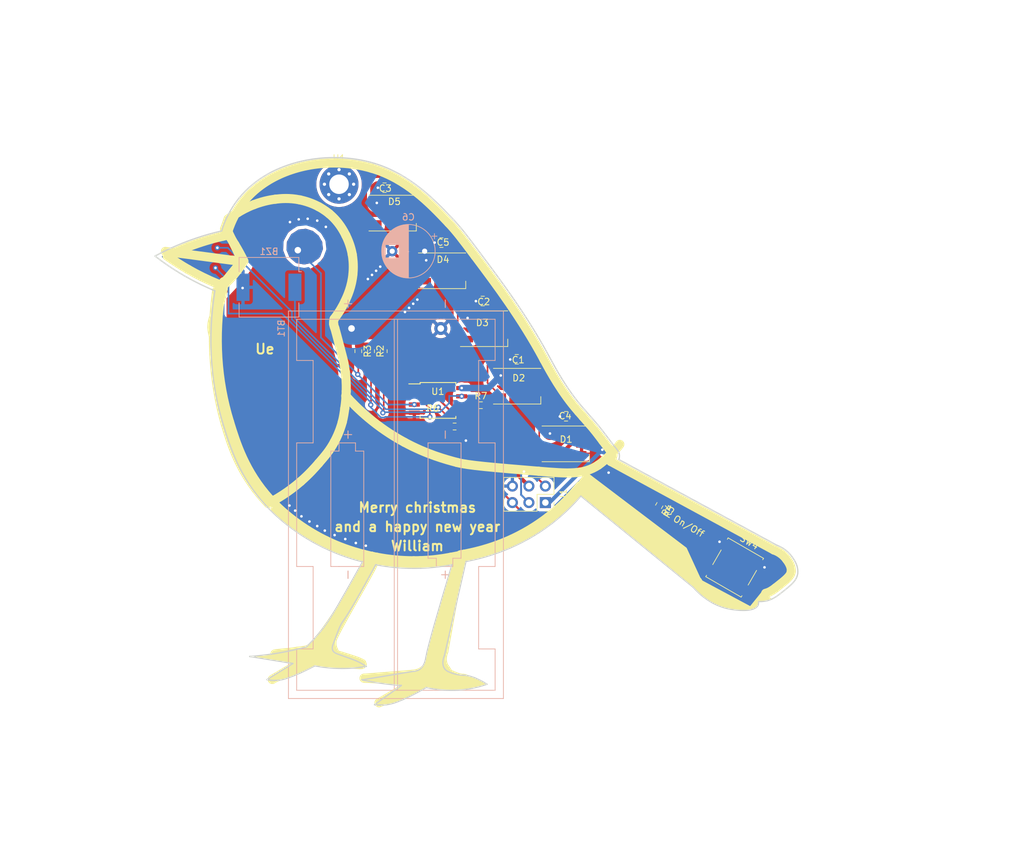
<source format=kicad_pcb>
(kicad_pcb (version 20211014) (generator pcbnew)
  (layers (0 "F.Cu" signal) (31 "B.Cu" signal) (34 "B.Paste" user) (35 "F.Paste" user) (36 "B.SilkS" user "B.Silkscreen") (37 "F.SilkS" user "F.Silkscreen") (38 "B.Mask" user) (39 "F.Mask" user) (44 "Edge.Cuts" user))
  (net 0 "")
  (net 1 "VCC")
  (net 2 "GND")
  (net 3 "Net-(D1-Pad2)")
  (net 4 "Net-(D1-Pad4)")
  (net 5 "Net-(D2-Pad4)")
  (net 6 "Net-(D3-Pad4)")
  (net 7 "Net-(D4-Pad4)")
  (net 9 "/RESET{slash}PB5")
  (net 10 "/PB3")
  (net 11 "/PB4")
  (net 12 "/PB0")
  (net 13 "/PB1")
  (net 14 "/PB2")
  (net 15 "Net-(BZ1-Pad1)")
  (footprint "Capacitor_SMD:C_0805_2012Metric_Pad1.18x1.45mm_HandSolder" (layer "F.Cu") (at 175.98 89.2)
    (fp_text reference "C1")
    (fp_text value "100nf")
  )
  (footprint "LED_SMD:LED_SK6812_PLCC4_5.0x5.0mm_P3.2mm" (layer "F.Cu") (at 170.94 84.49)
    (fp_text reference "D3")
    (fp_text value "SK6812")
  )
  (footprint "Resistor_SMD:R_0603_1608Metric" (layer "F.Cu") (at 155.48 87.95 -90)
    (fp_text reference "R1")
    (fp_text value "200k")
  )
  (footprint "Button_Switch_SMD:SW_SPST_B3S-1000" (layer "F.Cu") (at 209.55 121.285 -30)
    (fp_text reference "SW4")
    (fp_text value "SW_Push")
  )
  (footprint "Resistor_SMD:R_0603_1608Metric" (layer "F.Cu") (at 153.52 87.95 -90)
    (fp_text reference "R2")
    (fp_text value "200k")
  )
  (footprint "LED_SMD:LED_SK6812_PLCC4_5.0x5.0mm_P3.2mm" (layer "F.Cu") (at 183.515 102.235)
    (fp_text reference "D1")
    (fp_text value "SK6812")
  )
  (footprint "Capacitor_SMD:C_0805_2012Metric_Pad1.18x1.45mm_HandSolder" (layer "F.Cu") (at 170.73 80.22)
    (fp_text reference "C2")
    (fp_text value "100nf")
  )
  (footprint "LED_SMD:LED_SK6812_PLCC4_5.0x5.0mm_P3.2mm" (layer "F.Cu") (at 176.03 93.35)
    (fp_text reference "D2")
    (fp_text value "SK6812")
  )
  (footprint "Resistor_SMD:R_0603_1608Metric" (layer "F.Cu") (at 166.4 99.56 180)
    (fp_text reference "R6")
    (fp_text value "R")
  )
  (footprint "Capacitor_SMD:C_0805_2012Metric_Pad1.18x1.45mm_HandSolder" (layer "F.Cu") (at 183.57 97.98)
    (fp_text reference "C4")
    (fp_text value "100nf")
  )
  (footprint "LED_SMD:LED_SK6812_PLCC4_5.0x5.0mm_P3.2mm" (layer "F.Cu") (at 156.845 66.675)
    (fp_text reference "D5")
    (fp_text value "SK6812")
  )
  (footprint "Resistor_SMD:R_0603_1608Metric" (layer "F.Cu") (at 199.39 112.6 -120)
    (fp_text reference "R5")
    (fp_text value "100k")
  )
  (footprint "LED_SMD:LED_SK6812_PLCC4_5.0x5.0mm_P3.2mm" (layer "F.Cu") (at 164.465 75.565)
    (fp_text reference "D4")
    (fp_text value "SK6812")
  )
  (footprint "Resistor_SMD:R_0603_1608Metric" (layer "F.Cu") (at 151.56 87.95 -90)
    (fp_text reference "R3")
    (fp_text value "200k")
  )
  (footprint "Connector_PinSocket_2.54mm:PinSocket_2x03_P2.54mm_Vertical" (layer "F.Cu") (at 180.385 111.28 -90)
    (fp_text reference "J1")
    (fp_text value "Conn_01x06_Male")
  )
  (footprint "Resistor_SMD:R_0603_1608Metric" (layer "F.Cu") (at 197.93 111.74 -120)
    (fp_text reference "R4")
    (fp_text value "100k")
  )
  (footprint "Package_SO:SOIC-8W_5.3x5.3mm_P1.27mm" (layer "F.Cu") (at 163.84 95.54)
    (fp_text reference "U1")
    (fp_text value "ATtiny85-20S")
  )
  (footprint "SamacSys_Parts:copp27" (layer "F.Cu") (at 137.16 87.63)
    (fp_text reference "Ue")
    (fp_text value "robin_button" hide)
  )
  (footprint "MountingHole:MountingHole_3mm_Pad_Via" (layer "F.Cu") (at 148.59 62.23)
    (fp_text reference "H1")
    (fp_text value "MountingHole")
  )
  (footprint "Capacitor_SMD:C_0805_2012Metric_Pad1.18x1.45mm_HandSolder" (layer "F.Cu") (at 164.36 71.22)
    (fp_text reference "C5")
    (fp_text value "100nf")
  )
  (footprint "Capacitor_SMD:C_0805_2012Metric_Pad1.18x1.45mm_HandSolder" (layer "F.Cu") (at 155.61 62.76)
    (fp_text reference "C3")
    (fp_text value "100nf")
  )
  (footprint "Resistor_SMD:R_0603_1608Metric" (layer "F.Cu") (at 170.45 96.28)
    (fp_text reference "R7")
    (fp_text value "R")
  )
  (footprint "Buzzer_Beeper:Buzzer_CUI_CPT-9019S-SMT" (layer "B.Cu") (at 137.795 78.105 180)
    (fp_text reference "BZ1")
    (fp_text value "Buzzer")
  )
  (footprint "Battery:BatteryHolder_Keystone_2462_2xAA" (layer "B.Cu") (at 149.86 84.455 -90)
    (fp_text reference "BT1")
    (fp_text value "Battery_Cell")
  )
  (footprint "Capacitor_THT:CP_Radial_D8.0mm_P5.00mm" (layer "B.Cu") (at 161.782651 72.55 180)
    (fp_text reference "C6")
    (fp_text value "1000uf")
  )
  (gr_curve (pts (xy 185.718279 108.714232) (xy 185.718279 108.714232) (xy 185.084381 109.453205) (xy 185.084381 109.453205)) (layer "F.SilkS") (width 1.4))
  (gr_curve (pts (xy 130.821261 77.235897) (xy 130.754109 78.798641) (xy 130.42417 79.959226) (xy 130.145729 80.714886)) (layer "F.SilkS") (width 1.4))
  (gr_curve (pts (xy 135.470205 65.370323) (xy 134.316614 65.811295) (xy 133.466429 66.312234) (xy 132.972532 66.608577)) (layer "F.SilkS") (width 1.4))
  (gr_curve (pts (xy 167.958984 119.209716) (xy 167.958984 119.209716) (xy 167.316301 119.330639) (xy 167.316301 119.330639)) (layer "F.SilkS") (width 1.4))
  (gr_curve (pts (xy 147.764501 83.767693) (xy 147.729232 83.443122) (xy 147.782136 83.167966) (xy 147.835061 82.977453)) (layer "F.SilkS") (width 1.4))
  (gr_curve (pts (xy 131.449068 69.555899) (xy 132.008379 67.769617) (xy 132.85725 66.16937) (xy 133.972428 64.799428)) (layer "F.SilkS") (width 1.4))
  (gr_curve (pts (xy 142.698618 108.017634) (xy 144.00741 106.878147) (xy 144.892885 105.865677) (xy 145.446749 105.22715)) (layer "F.SilkS") (width 1.4))
  (gr_curve (pts (xy 145.446749 105.22715) (xy 146.441585 104.077091) (xy 147.164775 103.24454) (xy 147.877393 101.914583)) (layer "F.SilkS") (width 1.4))
  (gr_curve (pts (xy 130.572118 77.86702) (xy 130.572118 77.86702) (xy 129.840552 77.565057) (xy 129.840552 77.565057)) (layer "F.SilkS") (width 1.4))
  (gr_curve (pts (xy 167.380224 119.49202) (xy 167.380224 119.49202) (xy 164.753155 134.139801) (xy 164.753155 134.139801)) (layer "F.SilkS") (width 1.4))
  (gr_curve (pts (xy 147.769691 134.108176) (xy 148.103348 134.868854) (xy 147.988678 134.622884) (xy 148.831692 134.918818)) (layer "F.SilkS") (width 1.4))
  (gr_curve (pts (xy 149.366105 89.89191) (xy 149.263807 89.345109) (xy 149.16855 88.999372) (xy 148.755806 87.436569)) (layer "F.SilkS") (width 1.4))
  (gr_curve (pts (xy 150.738416 76.020685) (xy 150.876004 74.553139) (xy 150.692553 73.427777) (xy 150.625524 73.046771)) (layer "F.SilkS") (width 1.4))
  (gr_curve (pts (xy 151.924128 123.164561) (xy 151.697475 124.02422) (xy 154.050655 120.214451) (xy 153.890676 120.657587)) (layer "F.SilkS") (width 1.4))
  (gr_curve (pts (xy 146.560462 117.131634) (xy 141.951441 114.883365) (xy 138.999856 111.942287) (xy 137.944795 110.782323)) (layer "F.SilkS") (width 1.4))
  (gr_curve (pts (xy 188.533581 105.506909) (xy 189.652322 104.767016) (xy 191.408473 102.971387) (xy 191.85661 102.312195)) (layer "F.SilkS") (width 1.4))
  (gr_curve (pts (xy 138.305931 138.529962) (xy 138.305931 138.529962) (xy 143.397415 135.489267) (xy 143.397415 135.489267)) (layer "F.SilkS") (width 1.4))
  (gr_curve (pts (xy 129.840552 77.565057) (xy 128.307829 76.932193) (xy 126.801117 76.193564) (xy 125.362273 75.36967)) (layer "F.SilkS") (width 1.4))
  (gr_curve (pts (xy 150.775192 124.827977) (xy 151.384629 123.752419) (xy 152.870499 121.054909) (xy 153.696288 119.567661)) (layer "F.SilkS") (width 1.4))
  (gr_curve (pts (xy 130.145729 80.714886) (xy 129.60887 82.171866) (xy 128.957982 82.952554) (xy 128.997325 84.295204)) (layer "F.SilkS") (width 1.4))
  (gr_curve (pts (xy 133.972428 64.799428) (xy 136.951057 61.140047) (xy 142.126452 58.955512) (xy 147.816372 58.955512)) (layer "F.SilkS") (width 1.4))
  (gr_curve (pts (xy 154.416141 119.705465) (xy 154.416141 119.705465) (xy 153.696288 119.567661) (xy 153.696288 119.567661)) (layer "F.SilkS") (width 1.4))
  (gr_curve (pts (xy 153.691982 119.575929) (xy 153.691982 119.575929) (xy 152.442274 119.26656) (xy 152.442274 119.26656)) (layer "F.SilkS") (width 1.4))
  (gr_curve (pts (xy 131.081648 99.23699) (xy 131.921261 102.062743) (xy 132.993698 105.54819) (xy 135.787692 109.210025)) (layer "F.SilkS") (width 1.4))
  (gr_curve (pts (xy 143.097178 134.078156) (xy 143.097178 134.078156) (xy 143.712663 133.973069) (xy 143.712663 133.973069)) (layer "F.SilkS") (width 1.4))
  (gr_curve (pts (xy 131.508495 67.575184) (xy 131.321534 68.107882) (xy 131.131021 68.64058) (xy 130.94406 69.173278)) (layer "F.SilkS") (width 1.4))
  (gr_curve (pts (xy 167.791622 138.371531) (xy 168.04208 138.377043) (xy 168.708863 138.780603) (xy 168.992566 138.851917)) (layer "F.SilkS") (width 1.4))
  (gr_curve (pts (xy 162.492449 138.896951) (xy 162.492449 138.896951) (xy 161.486656 139.227206) (xy 161.486656 139.227206)) (layer "F.SilkS") (width 1.4))
  (gr_curve (pts (xy 149.549556 91.087832) (xy 149.517818 90.819717) (xy 149.461362 90.399911) (xy 149.366105 89.89191)) (layer "F.SilkS") (width 1.4))
  (gr_curve (pts (xy 132.542132 71.540403) (xy 133.081892 72.422348) (xy 133.536968 73.272554) (xy 133.917974 74.059242)) (layer "F.SilkS") (width 1.4))
  (gr_curve (pts (xy 167.29632 119.417799) (xy 167.29632 119.417799) (xy 165.794602 119.705465) (xy 165.794602 119.705465)) (layer "F.SilkS") (width 1.4))
  (gr_curve (pts (xy 148.831692 134.918818) (xy 148.831692 134.918818) (xy 156.685657 137.181869) (xy 148.396351 135.819528)) (layer "F.SilkS") (width 1.4))
  (gr_curve (pts (xy 164.753155 134.139801) (xy 164.5337 134.776983) (xy 164.208946 135.82792) (xy 164.999423 136.900378)) (layer "F.SilkS") (width 1.4))
  (gr_curve (pts (xy 165.840083 137.801087) (xy 166.287257 137.963007) (xy 166.931554 138.355339) (xy 167.791622 138.371531)) (layer "F.SilkS") (width 1.4))
  (gr_curve (pts (xy 147.090705 66.788497) (xy 146.910785 66.640315) (xy 146.321631 66.157011) (xy 145.446749 65.684301)) (layer "F.SilkS") (width 1.4))
  (gr_curve (pts (xy 165.48196 68.188541) (xy 166.692567 69.465637) (xy 167.647719 70.740151) (xy 169.550962 73.27953)) (layer "F.SilkS") (width 1.4))
  (gr_curve (pts (xy 130.4462 78.648539) (xy 130.4462 78.648539) (xy 130.572118 77.86702) (xy 130.572118 77.86702)) (layer "F.SilkS") (width 1.4))
  (gr_curve (pts (xy 168.992566 138.851917) (xy 168.147312 138.991788) (xy 166.754751 139.036585) (xy 165.891237 139.036585)) (layer "F.SilkS") (width 1.4))
  (gr_curve (pts (xy 149.475465 96.760483) (xy 149.531922 96.372436) (xy 149.606013 95.804469) (xy 149.655385 95.095382)) (layer "F.SilkS") (width 1.4))
  (gr_curve (pts (xy 144.988667 135.744468) (xy 144.988667 135.744468) (xy 144.132994 135.969642) (xy 144.132994 135.969642)) (layer "F.SilkS") (width 1.4))
  (gr_curve (pts (xy 149.634219 70.097554) (xy 149.302607 69.43433) (xy 148.582948 68.033791) (xy 147.090705 66.788497)) (layer "F.SilkS") (width 1.4))
  (gr_curve (pts (xy 160.541814 138.763389) (xy 160.541814 138.763389) (xy 152.449541 138.341515) (xy 152.449541 138.341515)) (layer "F.SilkS") (width 1.4))
  (gr_curve (pts (xy 137.944795 110.782323) (xy 134.079742 106.533487) (xy 132.716346 102.102061) (xy 131.720886 98.866427)) (layer "F.SilkS") (width 1.4))
  (gr_curve (pts (xy 185.084381 109.453205) (xy 183.787303 110.964913) (xy 182.337262 112.341918) (xy 180.774567 113.54529)) (layer "F.SilkS") (width 1.4))
  (gr_curve (pts (xy 131.277502 70.104186) (xy 131.277502 70.104186) (xy 131.449068 69.555899) (xy 131.449068 69.555899)) (layer "F.SilkS") (width 1.4))
  (gr_curve (pts (xy 186.202659 98.06148) (xy 186.493425 98.397549) (xy 186.784191 98.733446) (xy 187.081503 99.063831)) (layer "F.SilkS") (width 1.4))
  (gr_curve (pts (xy 153.696288 119.567661) (xy 152.100865 122.510462) (xy 148.638716 128.481157) (xy 147.769691 129.893301)) (layer "F.SilkS") (width 1.4))
  (gr_curve (pts (xy 145.446749 65.684301) (xy 145.019902 65.454986) (xy 144.000369 64.943454) (xy 142.585726 64.647133)) (layer "F.SilkS") (width 1.4))
  (gr_curve (pts (xy 215.602759 118.583053) (xy 215.602759 118.583053) (xy 215.669594 118.607513) (xy 215.669594 118.607513)) (layer "F.SilkS") (width 1.4))
  (gr_curve (pts (xy 165.891237 139.036585) (xy 164.68287 139.036585) (xy 165.180035 139.193627) (xy 163.964261 138.921465)) (layer "F.SilkS") (width 1.4))
  (gr_curve (pts (xy 138.728737 134.60357) (xy 139.232583 134.494361) (xy 141.533694 134.337378) (xy 142.031338 134.211632)) (layer "F.SilkS") (width 1.4))
  (gr_curve (pts (xy 158.675073 101.994139) (xy 162.100956 103.844844) (xy 164.997733 104.629998) (xy 166.781458 105.101588)) (layer "F.SilkS") (width 1.4))
  (gr_curve (pts (xy 215.898004 124.402164) (xy 215.267896 124.894468) (xy 214.842427 125.126323) (xy 214.32773 125.25827)) (layer "F.SilkS") (width 1.4))
  (gr_curve (pts (xy 203.829835 123.429613) (xy 203.829835 123.429613) (xy 185.718279 108.714232) (xy 185.718279 108.714232)) (layer "F.SilkS") (width 1.4))
  (gr_curve (pts (xy 147.923256 84.349763) (xy 147.891496 84.275694) (xy 147.799771 84.064014) (xy 147.764501 83.767693)) (layer "F.SilkS") (width 1.4))
  (gr_curve (pts (xy 121.836687 72.574726) (xy 125.484559 73.058856) (xy 129.132431 73.542989) (xy 132.780304 74.027119)) (layer "F.SilkS") (width 1.4))
  (gr_curve (pts (xy 125.362273 75.36967) (xy 124.24744 74.731294) (xy 123.157412 74.032628) (xy 122.107519 73.283837)) (layer "F.SilkS") (width 1.4))
  (gr_curve (pts (xy 161.130115 120.22843) (xy 160.783539 120.240144) (xy 160.442819 120.245656) (xy 160.108645 120.245656)) (layer "F.SilkS") (width 1.4))
  (gr_curve (pts (xy 149.701248 94.146409) (xy 149.733007 92.819961) (xy 149.634219 91.765159) (xy 149.56366 91.183067)) (layer "F.SilkS") (width 1.4))
  (gr_curve (pts (xy 135.787692 109.210025) (xy 136.510882 110.162507) (xy 137.184699 110.906885) (xy 137.678575 111.418417)) (layer "F.SilkS") (width 1.4))
  (gr_curve (pts (xy 138.782771 64.534242) (xy 138.401787 64.580104) (xy 137.075339 64.752962) (xy 135.470205 65.370323)) (layer "F.SilkS") (width 1.4))
  (gr_curve (pts (xy 128.997325 84.295204) (xy 129.021525 85.121077) (xy 129.295811 85.781865) (xy 129.503974 86.186694)) (layer "F.SilkS") (width 1.4))
  (gr_curve (pts (xy 149.094481 98.852453) (xy 149.295566 98.076359) (xy 149.383761 97.441342) (xy 149.475465 96.760483)) (layer "F.SilkS") (width 1.4))
  (gr_curve (pts (xy 161.381575 137.305693) (xy 162.559798 136.573955) (xy 162.878329 135.577364) (xy 162.954983 135.118822)) (layer "F.SilkS") (width 1.4))
  (gr_curve (pts (xy 125.490775 71.813126) (xy 127.188001 71.168204) (xy 128.946378 70.636109) (xy 130.717329 70.231999)) (layer "F.SilkS") (width 1.4))
  (gr_curve (pts (xy 159.895404 137.74104) (xy 160.403039 137.71348) (xy 160.980221 137.555463) (xy 161.381575 137.305693)) (layer "F.SilkS") (width 1.4))
  (gr_curve (pts (xy 147.816372 58.955512) (xy 149.823484 58.955512) (xy 151.833698 59.236288) (xy 153.629454 59.767694)) (layer "F.SilkS") (width 1.4))
  (gr_curve (pts (xy 147.877393 101.914583) (xy 148.653508 100.471712) (xy 148.992161 99.251093) (xy 149.094481 98.852453)) (layer "F.SilkS") (width 1.4))
  (gr_curve (pts (xy 185.501238 97.25774) (xy 185.737227 97.523529) (xy 185.970115 97.792418) (xy 186.202659 98.06148)) (layer "F.SilkS") (width 1.4))
  (gr_curve (pts (xy 162.954983 135.118822) (xy 163.239203 133.444506) (xy 165.479801 125.521416) (xy 167.380224 119.49202)) (layer "F.SilkS") (width 1.4))
  (gr_curve (pts (xy 161.486656 139.227206) (xy 160.444859 139.85318) (xy 155.825379 141.640452) (xy 154.761361 142.124488)) (layer "F.SilkS") (width 1.4))
  (gr_curve (pts (xy 148.396351 135.819528) (xy 149.650183 136.025593) (xy 146.339292 135.680986) (xy 145.484055 135.714441)) (layer "F.SilkS") (width 1.4))
  (gr_curve (pts (xy 146.189611 131.511134) (xy 146.656077 130.942349) (xy 151.46748 123.84979) (xy 151.924128 123.164561)) (layer "F.SilkS") (width 1.4))
  (gr_curve (pts (xy 153.696288 119.567661) (xy 153.696288 119.567661) (xy 153.691982 119.575929) (xy 153.691982 119.575929)) (layer "F.SilkS") (width 1.4))
  (gr_curve (pts (xy 150.625524 73.046771) (xy 150.540861 72.566999) (xy 150.300975 71.427512) (xy 149.634219 70.097554)) (layer "F.SilkS") (width 1.4))
  (gr_curve (pts (xy 132.972532 66.608577) (xy 132.362233 66.968417) (xy 131.868336 67.310601) (xy 131.508495 67.575184)) (layer "F.SilkS") (width 1.4))
  (gr_curve (pts (xy 189.244678 101.766164) (xy 189.68255 102.346318) (xy 190.13558 102.946109) (xy 190.604802 103.526952)) (layer "F.SilkS") (width 1.4))
  (gr_curve (pts (xy 160.108645 120.245656) (xy 158.206435 120.245656) (xy 156.291134 120.064099) (xy 154.416141 119.705465)) (layer "F.SilkS") (width 1.4))
  (gr_curve (pts (xy 143.397415 135.489267) (xy 143.397415 135.489267) (xy 138.728737 134.60357) (xy 138.728737 134.60357)) (layer "F.SilkS") (width 1.4))
  (gr_curve (pts (xy 154.761361 142.124488) (xy 154.761361 142.124488) (xy 160.541814 138.763389) (xy 160.541814 138.763389)) (layer "F.SilkS") (width 1.4))
  (gr_curve (pts (xy 167.316301 119.330639) (xy 167.316301 119.330639) (xy 167.29632 119.417799) (xy 167.29632 119.417799)) (layer "F.SilkS") (width 1.4))
  (gr_curve (pts (xy 144.343158 133.642809) (xy 145.116238 132.895912) (xy 145.505932 132.345192) (xy 146.189611 131.511134)) (layer "F.SilkS") (width 1.4))
  (gr_curve (pts (xy 145.484055 135.714441) (xy 145.484055 135.714441) (xy 144.988667 135.744468) (xy 144.988667 135.744468)) (layer "F.SilkS") (width 1.4))
  (gr_curve (pts (xy 129.730503 78.677091) (xy 129.381257 81.146535) (xy 129.091976 84.494414) (xy 129.300103 88.449039)) (layer "F.SilkS") (width 1.4))
  (gr_curve (pts (xy 133.917974 74.059242) (xy 133.50523 74.729528) (xy 132.983104 75.477415) (xy 132.319902 76.246468)) (layer "F.SilkS") (width 1.4))
  (gr_curve (pts (xy 131.720886 98.866427) (xy 129.746846 92.452004) (xy 129.318104 85.649663) (xy 130.4462 78.648539)) (layer "F.SilkS") (width 1.4))
  (gr_curve (pts (xy 144.132994 135.969642) (xy 143.811739 136.142586) (xy 138.305931 138.386549) (xy 138.305931 138.529962)) (layer "F.SilkS") (width 1.4))
  (gr_curve (pts (xy 180.774567 113.54529) (xy 177.070055 116.399207) (xy 172.758518 118.304689) (xy 167.958984 119.209716)) (layer "F.SilkS") (width 1.4))
  (gr_curve (pts (xy 147.769691 129.893301) (xy 148.18603 129.180511) (xy 150.198138 125.847037) (xy 150.775192 124.827977)) (layer "F.SilkS") (width 1.4))
  (gr_curve (pts (xy 147.835061 82.977453) (xy 148.639383 81.943816) (xy 149.161509 80.987802) (xy 149.500162 80.275184)) (layer "F.SilkS") (width 1.4))
  (gr_curve (pts (xy 190.466309 104.94392) (xy 190.466309 104.94392) (xy 215.602759 118.583053) (xy 215.602759 118.583053)) (layer "F.SilkS") (width 1.4))
  (gr_curve (pts (xy 131.159027 68.893077) (xy 131.992183 70.604425) (xy 132.825339 72.31577) (xy 133.658495 74.027119)) (layer "F.SilkS") (width 1.4))
  (gr_curve (pts (xy 153.890676 120.657587) (xy 153.431165 121.93042) (xy 147.550305 131.664393) (xy 147.510652 132.546951)) (layer "F.SilkS") (width 1.4))
  (gr_curve (pts (xy 163.964261 138.921465) (xy 163.964261 138.921465) (xy 162.492449 138.896951) (xy 162.492449 138.896951)) (layer "F.SilkS") (width 1.4))
  (gr_curve (pts (xy 179.346351 106.452653) (xy 183.991055 106.838541) (xy 186.28754 106.992359) (xy 188.533581 105.506909)) (layer "F.SilkS") (width 1.4))
  (gr_curve (pts (xy 215.669594 118.607513) (xy 216.205651 118.80664) (xy 216.967362 119.212127) (xy 217.549583 120.014145)) (layer "F.SilkS") (width 1.4))
  (gr_curve (pts (xy 164.999423 136.900378) (xy 165.447455 137.508093) (xy 165.331417 137.61643) (xy 165.840083 137.801087)) (layer "F.SilkS") (width 1.4))
  (gr_curve (pts (xy 130.717329 70.231999) (xy 130.717329 70.231999) (xy 131.277502 70.104186) (xy 131.277502 70.104186)) (layer "F.SilkS") (width 1.4))
  (gr_curve (pts (xy 152.449541 138.341515) (xy 152.449541 138.341515) (xy 159.895404 137.74104) (xy 159.895404 137.74104)) (layer "F.SilkS") (width 1.4))
  (gr_curve (pts (xy 203.883234 123.489558) (xy 203.883234 123.489558) (xy 203.829835 123.429613) (xy 203.829835 123.429613)) (layer "F.SilkS") (width 1.4))
  (gr_curve (pts (xy 180.099672 89.097342) (xy 180.099672 89.097342) (xy 180.218873 89.318689) (xy 180.218873 89.318689)) (layer "F.SilkS") (width 1.4))
  (gr_curve (pts (xy 129.300103 88.449039) (xy 129.603508 94.153472) (xy 130.792368 98.26332) (xy 131.081648 99.23699)) (layer "F.SilkS") (width 1.4))
  (gr_curve (pts (xy 165.794602 119.705465) (xy 164.258262 120.000021) (xy 162.688849 120.17572) (xy 161.130115 120.22843)) (layer "F.SilkS") (width 1.4))
  (gr_curve (pts (xy 169.550962 73.27953) (xy 172.916304 77.769179) (xy 176.730714 82.857929) (xy 180.099672 89.097342)) (layer "F.SilkS") (width 1.4))
  (gr_curve (pts (xy 147.510652 132.546951) (xy 147.484873 133.120699) (xy 147.495771 133.483688) (xy 147.769691 134.108176)) (layer "F.SilkS") (width 1.4))
  (gr_curve (pts (xy 148.755806 87.436569) (xy 148.237233 85.468063) (xy 147.979691 84.483821) (xy 147.923256 84.349763)) (layer "F.SilkS") (width 1.4))
  (gr_curve (pts (xy 132.319902 76.246468) (xy 131.420301 77.287167) (xy 130.51015 78.084427) (xy 129.730503 78.677091)) (layer "F.SilkS") (width 1.4))
  (gr_curve (pts (xy 149.622944 94.833503) (xy 151.385692 96.806224) (xy 154.337224 99.65078) (xy 158.675073 101.994139)) (layer "F.SilkS") (width 1.4))
  (gr_curve (pts (xy 149.56366 91.183067) (xy 149.56015 91.154861) (xy 149.556619 91.123101) (xy 149.549556 91.087832)) (layer "F.SilkS") (width 1.4))
  (gr_curve (pts (xy 190.604802 103.526952) (xy 190.670259 103.607912) (xy 190.777057 103.740548) (xy 190.792904 103.897989)) (layer "F.SilkS") (width 1.4))
  (gr_curve (pts (xy 142.031338 134.211632) (xy 142.326238 134.136873) (xy 142.808995 134.157048) (xy 143.097178 134.078156)) (layer "F.SilkS") (width 1.4))
  (gr_curve (pts (xy 149.655385 95.095382) (xy 149.676551 94.802571) (xy 149.694207 94.485084) (xy 149.701248 94.146409)) (layer "F.SilkS") (width 1.4))
  (gr_curve (pts (xy 166.781458 105.101588) (xy 168.441703 105.540537) (xy 172.099173 105.850547) (xy 179.346351 106.452653)) (layer "F.SilkS") (width 1.4))
  (gr_curve (pts (xy 218.267196 121.916527) (xy 218.18417 122.59211) (xy 217.521678 123.133679) (xy 215.898004 124.402164)) (layer "F.SilkS") (width 1.4))
  (gr_curve (pts (xy 130.94406 69.173278) (xy 131.466164 69.871771) (xy 132.009455 70.658459) (xy 132.542132 71.540403)) (layer "F.SilkS") (width 1.4))
  (gr_curve (pts (xy 190.792904 103.897989) (xy 190.800139 103.971369) (xy 190.788426 104.048884) (xy 190.757075 104.136045)) (layer "F.SilkS") (width 1.4))
  (gr_curve (pts (xy 137.678575 111.418417) (xy 139.904624 110.268358) (xy 141.562662 109.005407) (xy 142.698618 108.017634)) (layer "F.SilkS") (width 1.4))
  (gr_curve (pts (xy 122.107519 73.283837) (xy 123.212361 72.74089) (xy 124.345281 72.248413) (xy 125.490775 71.813126)) (layer "F.SilkS") (width 1.4))
  (gr_curve (pts (xy 133.658495 74.027119) (xy 132.633938 75.276854) (xy 131.609382 76.526587) (xy 130.584825 77.776322)) (layer "F.SilkS") (width 1.4))
  (gr_curve (pts (xy 152.442274 119.26656) (xy 150.411907 118.763231) (xy 148.433044 118.045273) (xy 146.560462 117.131634)) (layer "F.SilkS") (width 1.4))
  (gr_curve (pts (xy 149.500162 80.275184) (xy 149.884699 79.460269) (xy 150.551455 78.017398) (xy 150.738416 76.020685)) (layer "F.SilkS") (width 1.4))
  (gr_curve (pts (xy 190.757075 104.136045) (xy 190.757075 104.136045) (xy 190.466309 104.94392) (xy 190.466309 104.94392)) (layer "F.SilkS") (width 1.4))
  (gr_curve (pts (xy 143.712663 133.973069) (xy 143.712663 133.973069) (xy 144.343158 133.642809) (xy 144.343158 133.642809)) (layer "F.SilkS") (width 1.4))
  (gr_curve (pts (xy 187.081503 99.063831) (xy 187.844247 99.911324) (xy 188.524309 100.812217) (xy 189.244678 101.766164)) (layer "F.SilkS") (width 1.4))
  (gr_curve (pts (xy 153.629454 59.767694) (xy 159.010693 61.360017) (xy 162.598932 65.146177) (xy 165.48196 68.188541)) (layer "F.SilkS") (width 1.4))
  (gr_curve (pts (xy 217.549583 120.014145) (xy 217.834148 120.405853) (xy 218.363314 121.134835) (xy 218.267196 121.916527)) (layer "F.SilkS") (width 1.4))
  (gr_curve (pts (xy 180.218873 89.318689) (xy 181.10254 90.960449) (xy 182.941532 94.376951) (xy 185.501238 97.25774)) (layer "F.SilkS") (width 1.4))
  (gr_curve (pts (xy 142.585726 64.647133) (xy 140.902969 64.297887) (xy 139.565949 64.442516) (xy 138.782771 64.534242)) (layer "F.SilkS") (width 1.4))
  (gr_curve (pts (xy 154.093336 120.030843) (xy 159.165273 121.271444) (xy 164.067003 120.806835) (xy 168.380836 119.625523)) (layer "F.SilkS") (width 1.4))
  (gr_curve (pts (xy 153.080039 119.76063) (xy 153.412235 119.856624) (xy 153.749992 119.946858) (xy 154.093336 120.030843)) (layer "F.SilkS") (width 1.4))
  (gr_curve (pts (xy 134.826382 134.995107) (xy 137.334156 134.816802) (xy 139.975387 134.424287) (xy 142.707587 133.734116)) (layer "Edge.Cuts") (width 0.2))
  (gr_curve (pts (xy 142.707587 133.734116) (xy 142.99567 133.661344) (xy 143.280894 133.586241) (xy 143.56326 133.508941)) (layer "Edge.Cuts") (width 0.2))
  (gr_curve (pts (xy 147.616453 134.049364) (xy 147.779034 134.420083) (xy 148.167512 134.54971) (xy 148.92248 134.814966)) (layer "Edge.Cuts") (width 0.2))
  (gr_curve (pts (xy 216.025315 117.836599) (xy 216.492567 118.00979) (xy 217.557629 118.47806) (xy 218.367162 119.592979)) (layer "Edge.Cuts") (width 0.2))
  (gr_curve (pts (xy 161.172125 121.394398) (xy 158.465855 121.48608) (xy 156.112289 121.212572) (xy 154.236666 120.853975)) (layer "Edge.Cuts") (width 0.2))
  (gr_curve (pts (xy 180.987731 88.788725) (xy 181.773428 90.243887) (xy 183.650418 93.826722) (xy 186.25688 96.76)) (layer "Edge.Cuts") (width 0.2))
  (gr_curve (pts (xy 171.395174 139.273474) (xy 170.695502 139.517581) (xy 169.91325 139.73867) (xy 169.053333 139.90397)) (layer "Edge.Cuts") (width 0.2))
  (gr_curve (pts (xy 187.833119 98.561419) (xy 189.112924 99.983425) (xy 190.188714 101.576787) (xy 191.390923 103.064966)) (layer "Edge.Cuts") (width 0.2))
  (gr_curve (pts (xy 141.49163 136.075957) (xy 139.269881 135.715676) (xy 137.048131 135.355389) (xy 134.826382 134.995107)) (layer "Edge.Cuts") (width 0.2))
  (gr_curve (pts (xy 124.873545 76.403975) (xy 123.070891 75.371687) (xy 121.527305 74.30037) (xy 120.234893 73.296529)) (layer "Edge.Cuts") (width 0.2))
  (gr_curve (pts (xy 165.990923 120.853975) (xy 164.597468 121.120997) (xy 162.978376 121.333204) (xy 161.172125 121.394398)) (layer "Edge.Cuts") (width 0.2))
  (gr_curve (pts (xy 213.233119 126.52844) (xy 213.250732 126.692981) (xy 213.245748 126.907067) (xy 213.143051 127.113902)) (layer "Edge.Cuts") (width 0.2))
  (gr_curve (pts (xy 186.25688 96.76) (xy 186.786865 97.356438) (xy 187.299361 97.968351) (xy 187.833119 98.561419)) (layer "Edge.Cuts") (width 0.2))
  (gr_curve (pts (xy 208.594465 127.65433) (xy 206.056388 127.125944) (xy 204.24248 125.551756) (xy 203.145174 124.321706)) (layer "Edge.Cuts") (width 0.2))
  (gr_curve (pts (xy 152.21007 120.40362) (xy 150.626107 120.011219) (xy 148.496045 119.350993) (xy 146.130281 118.196881)) (layer "Edge.Cuts") (width 0.2))
  (gr_curve (pts (xy 149.057587 136.841565) (xy 147.43681 136.839983) (xy 146.020709 136.659923) (xy 144.86929 136.436244)) (layer "Edge.Cuts") (width 0.2))
  (gr_curve (pts (xy 166.216098 67.667095) (xy 167.46586 68.985815) (xy 168.430358 70.272601) (xy 170.359358 72.846174)) (layer "Edge.Cuts") (width 0.2))
  (gr_curve (pts (xy 155.137376 139.138373) (xy 154.061096 138.986724) (xy 153.053384 138.801249) (xy 152.12 138.597945)) (layer "Edge.Cuts") (width 0.2))
  (gr_curve (pts (xy 167.702269 137.877376) (xy 168.477076 137.893428) (xy 169.655477 138.156267) (xy 171.395174 139.273474)) (layer "Edge.Cuts") (width 0.2))
  (gr_curve (pts (xy 161.982764 135.08518) (xy 162.244215 133.545163) (xy 163.76108 128.307445) (xy 165.990923 120.853975)) (layer "Edge.Cuts") (width 0.2))
  (gr_curve (pts (xy 149.147658 129.63589) (xy 148.729781 130.216001) (xy 148.373685 131.193552) (xy 147.661489 133.148654)) (layer "Edge.Cuts") (width 0.2))
  (gr_curve (pts (xy 147.661489 133.148654) (xy 147.592547 133.337908) (xy 147.464914 133.703826) (xy 147.616453 134.049364)) (layer "Edge.Cuts") (width 0.2))
  (gr_curve (pts (xy 153.921416 58.975251) (xy 159.559977 60.643717) (xy 163.333175 64.625104) (xy 166.216098 67.667095)) (layer "Edge.Cuts") (width 0.2))
  (gr_curve (pts (xy 143.56326 133.508941) (xy 144.079661 133.010183) (xy 144.84219 132.233863) (xy 145.679927 131.212128)) (layer "Edge.Cuts") (width 0.2))
  (gr_curve (pts (xy 213.143051 127.113902) (xy 212.581856 128.244195) (xy 209.731739 127.891094) (xy 208.594465 127.65433)) (layer "Edge.Cuts") (width 0.2))
  (gr_curve (pts (xy 191.796239 103.965676) (xy 191.824015 104.244233) (xy 191.763747 104.481283) (xy 191.706171 104.64121)) (layer "Edge.Cuts") (width 0.2))
  (gr_curve (pts (xy 152.12 138.597945) (xy 154.747068 138.162603) (xy 157.374136 137.727262) (xy 160.001205 137.29192)) (layer "Edge.Cuts") (width 0.2))
  (gr_curve (pts (xy 170.359358 72.846174) (xy 173.725109 77.336587) (xy 177.584294 82.485325) (xy 180.987731 88.788725)) (layer "Edge.Cuts") (width 0.2))
  (gr_curve (pts (xy 154.236666 120.853975) (xy 151.937321 125.11572) (xy 150.21599 128.152798) (xy 149.147658 129.63589)) (layer "Edge.Cuts") (width 0.2))
  (gr_curve (pts (xy 185.851559 110.270642) (xy 184.687693 111.627111) (xy 183.220384 113.096325) (xy 181.393046 114.503975)) (layer "Edge.Cuts") (width 0.2))
  (gr_curve (pts (xy 125.143758 71.044755) (xy 127.091709 70.304517) (xy 128.90392 69.788443) (xy 130.502978 69.423478)) (layer "Edge.Cuts") (width 0.2))
  (gr_curve (pts (xy 149.91326 124.501847) (xy 150.554104 123.370332) (xy 151.331229 121.988343) (xy 152.21007 120.40362)) (layer "Edge.Cuts") (width 0.2))
  (gr_curve (pts (xy 130.77319 99.327021) (xy 128.246653 91.116169) (xy 128.658647 83.673538) (xy 129.467162 78.655746)) (layer "Edge.Cuts") (width 0.2))
  (gr_curve (pts (xy 154.056523 142.425963) (xy 155.437611 141.435186) (xy 156.818698 140.444398) (xy 158.199786 139.45362)) (layer "Edge.Cuts") (width 0.2))
  (gr_curve (pts (xy 146.130281 118.196881) (xy 141.027729 115.707654) (xy 137.9695 112.453099) (xy 137.213261 111.621706)) (layer "Edge.Cuts") (width 0.2))
  (gr_curve (pts (xy 218.367162 119.592979) (xy 218.708173 120.062637) (xy 219.412049 121.032038) (xy 219.267871 122.205039)) (layer "Edge.Cuts") (width 0.2))
  (gr_curve (pts (xy 191.706171 104.64121) (xy 199.812551 109.039672) (xy 207.918936 113.438138) (xy 216.025315 117.836599)) (layer "Edge.Cuts") (width 0.2))
  (gr_curve (pts (xy 137.213261 111.621706) (xy 133.278366 107.295764) (xy 131.843396 102.805023) (xy 130.77319 99.327021)) (layer "Edge.Cuts") (width 0.2))
  (gr_curve (pts (xy 151.12922 135.625608) (xy 151.530827 135.793088) (xy 152.11824 136.071215) (xy 152.795532 136.526312)) (layer "Edge.Cuts") (width 0.2))
  (gr_curve (pts (xy 214.584178 126.393333) (xy 214.033092 126.534475) (xy 213.555171 126.544013) (xy 213.233119 126.52844)) (layer "Edge.Cuts") (width 0.2))
  (gr_curve (pts (xy 216.520709 125.357522) (xy 215.844448 125.885763) (xy 215.289367 126.212724) (xy 214.584178 126.393333)) (layer "Edge.Cuts") (width 0.2))
  (gr_curve (pts (xy 155.902978 142.425963) (xy 155.139004 142.522705) (xy 154.495081 142.480794) (xy 154.056523 142.425963)) (layer "Edge.Cuts") (width 0.2))
  (gr_curve (pts (xy 145.679927 131.212128) (xy 146.850514 129.784438) (xy 147.629323 128.534498) (xy 149.91326 124.501847)) (layer "Edge.Cuts") (width 0.2))
  (gr_curve (pts (xy 137.483474 138.552911) (xy 138.819526 137.727262) (xy 140.155577 136.901607) (xy 141.49163 136.075957)) (layer "Edge.Cuts") (width 0.2))
  (gr_curve (pts (xy 165.990923 137.562128) (xy 166.836274 137.868457) (xy 167.551551 137.874254) (xy 167.702269 137.877376)) (layer "Edge.Cuts") (width 0.2))
  (gr_curve (pts (xy 160.001205 137.29192) (xy 160.22857 137.284281) (xy 160.594727 137.240545) (xy 160.946948 137.021706)) (layer "Edge.Cuts") (width 0.2))
  (gr_curve (pts (xy 162.027801 139.768868) (xy 160.572014 140.64347) (xy 159.314764 141.250668) (xy 158.379927 141.660355)) (layer "Edge.Cuts") (width 0.2))
  (gr_curve (pts (xy 158.379927 141.660355) (xy 157.391416 142.093565) (xy 156.727888 142.321512) (xy 155.902978 142.425963)) (layer "Edge.Cuts") (width 0.2))
  (gr_curve (pts (xy 181.393046 114.503975) (xy 176.460455 118.303689) (xy 171.376113 119.750915) (xy 168.152624 120.358587)) (layer "Edge.Cuts") (width 0.2))
  (gr_curve (pts (xy 148.92248 134.814966) (xy 149.722762 135.09614) (xy 150.602344 135.405886) (xy 151.12922 135.625608)) (layer "Edge.Cuts") (width 0.2))
  (gr_curve (pts (xy 152.795532 136.526312) (xy 151.742425 136.7062) (xy 150.481905 136.842954) (xy 149.057587 136.841565)) (layer "Edge.Cuts") (width 0.2))
  (gr_curve (pts (xy 144.86929 136.436244) (xy 143.727039 137.050925) (xy 142.723784 137.505758) (xy 141.941985 137.832342)) (layer "Edge.Cuts") (width 0.2))
  (gr_curve (pts (xy 158.199786 139.45362) (xy 157.242728 139.391157) (xy 156.218568 139.290721) (xy 155.137376 139.138373)) (layer "Edge.Cuts") (width 0.2))
  (gr_curve (pts (xy 160.946948 137.021706) (xy 161.768932 136.511003) (xy 161.927315 135.411802) (xy 161.982764 135.08518)) (layer "Edge.Cuts") (width 0.2))
  (gr_curve (pts (xy 133.205105 64.334471) (xy 138.073063 58.354173) (xy 147.201997 56.986955) (xy 153.921416 58.975251)) (layer "Edge.Cuts") (width 0.2))
  (gr_curve (pts (xy 203.145174 124.321706) (xy 197.946348 120.097664) (xy 192.747526 115.873621) (xy 187.548705 111.649574)) (layer "Edge.Cuts") (width 0.2))
  (gr_curve (pts (xy 138.789503 138.688013) (xy 138.23906 138.692707) (xy 137.78577 138.618432) (xy 137.483474 138.552911)) (layer "Edge.Cuts") (width 0.2))
  (gr_curve (pts (xy 141.941985 137.832342) (xy 140.235018 138.545396) (xy 139.50023 138.681951) (xy 138.789503 138.688013)) (layer "Edge.Cuts") (width 0.2))
  (gr_curve (pts (xy 169.053333 139.90397) (xy 166.216265 140.449318) (xy 163.748236 140.153868) (xy 162.027801 139.768868)) (layer "Edge.Cuts") (width 0.2))
  (gr_curve (pts (xy 164.82 134.86) (xy 164.754357 135.016994) (xy 164.30696 136.12969) (xy 164.865034 136.886599)) (layer "Edge.Cuts") (width 0.2))
  (gr_curve (pts (xy 130.502978 69.423478) (xy 130.927154 68.068793) (xy 131.704442 66.17804) (xy 133.205105 64.334471)) (layer "Edge.Cuts") (width 0.2))
  (gr_curve (pts (xy 120.234893 73.296529) (xy 121.632475 72.538476) (xy 123.27164 71.756175) (xy 125.143758 71.044755)) (layer "Edge.Cuts") (width 0.2))
  (gr_curve (pts (xy 129.467162 78.655746) (xy 128.064977 78.076903) (xy 126.511158 77.341752) (xy 124.873545 76.403975)) (layer "Edge.Cuts") (width 0.2))
  (gr_curve (pts (xy 191.390923 103.064966) (xy 191.492704 103.19096) (xy 191.750623 103.508226) (xy 191.796239 103.965676)) (layer "Edge.Cuts") (width 0.2))
  (gr_curve (pts (xy 187.548705 111.649574) (xy 186.982988 111.189928) (xy 186.417276 110.730288) (xy 185.851559 110.270642)) (layer "Edge.Cuts") (width 0.2))
  (gr_curve (pts (xy 164.865034 136.886599) (xy 165.128831 137.244383) (xy 165.520759 137.391758) (xy 165.990923 137.562128)) (layer "Edge.Cuts") (width 0.2))
  (gr_curve (pts (xy 168.152624 120.358587) (xy 167.041747 125.192389) (xy 165.930876 130.026197) (xy 164.82 134.86)) (layer "Edge.Cuts") (width 0.2))
  (gr_curve (pts (xy 219.267871 122.205039) (xy 219.131004 123.318564) (xy 218.260902 123.998217) (xy 216.520709 125.357522)) (layer "Edge.Cuts") (width 0.2))
  (gr_text "and a happy new year" (at 160.66 115.005) (layer "F.SilkS") (effects (font (size 1.5 1.5) (thickness 0.3))))
  (gr_text "Merry christmas" (at 160.66 112.04) (layer "F.SilkS") (effects (font (size 1.5 1.5) (thickness 0.3))))
  (gr_text "On/Off" (at 202.48 114.92 -30) (layer "F.SilkS") (effects (font (size 1 1))))
  (gr_text "William" (at 160.66 117.97) (layer "F.SilkS") (effects (font (size 1.5 1.5) (thickness 0.3))))
  (segment (start 168.4 82.84) (end 168.4 81.5125) (width 2) (layer "F.Cu") (net 1))
  (segment (start 197.045529 111.025529) (end 189.16 103.14) (width 0.6) (layer "F.Cu") (net 1))
  (segment (start 199.2025 111.885529) (end 198.3425 111.025529) (width 0.3) (layer "F.Cu") (net 1))
  (segment (start 198.3425 111.025529) (end 197.045529 111.025529) (width 0.6) (layer "F.Cu") (net 1))
  (segment (start 154.41 62.9225) (end 154.5725 62.76) (width 2) (layer "F.Cu") (net 1))
  (segment (start 154.41 65.11) (end 154.41 62.9225) (width 2) (layer "F.Cu") (net 1))
  (segment (start 173.445 90.755) (end 174.97 89.23) (width 2) (layer "F.Cu") (net 1))
  (segment (start 168.4 81.5125) (end 169.6925 80.22) (width 2) (layer "F.Cu") (net 1))
  (segment (start 181.065 100.635) (end 181.065 99.4475) (width 2) (layer "F.Cu") (net 1))
  (segment (start 162.015 73.965) (end 162.015 72.5275) (width 2) (layer "F.Cu") (net 1))
  (segment (start 151.56 85.5) (end 150.515 84.455) (width 1) (layer "F.Cu") (net 1))
  (segment (start 151.56 87.125) (end 155.48 87.125) (width 1) (layer "F.Cu") (net 1))
  (segment (start 151.56 87.125) (end 151.56 85.5) (width 1) (layer "F.Cu") (net 1))
  (segment (start 199.8025 111.885529) (end 199.2025 111.885529) (width 0.3) (layer "F.Cu") (net 1))
  (segment (start 162.015 72.5275) (end 163.3225 71.22) (width 2) (layer "F.Cu") (net 1))
  (segment (start 173.445 91.745) (end 173.445 90.755) (width 2) (layer "F.Cu") (net 1))
  (segment (start 181.065 99.4475) (end 182.5325 97.98) (width 2) (layer "F.Cu") (net 1))
  (via (at 174.97 89.23) (size 0.8) (drill 0.4) (layers "F.Cu" "B.Cu") (net 1))
  (via (at 169.68 80.24) (size 0.8) (drill 0.4) (layers "F.Cu" "B.Cu") (net 1))
  (via (at 154.41 65.11) (size 0.8) (drill 0.4) (layers "F.Cu" "B.Cu") (net 1))
  (via (at 162.02 73.95) (size 0.8) (drill 0.4) (layers "F.Cu" "B.Cu") (net 1))
  (via (at 167.49 93.635) (size 0.8) (drill 0.4) (layers "F.Cu" "B.Cu") (net 1))
  (via (at 173.51 91.7) (size 0.8) (drill 0.4) (layers "F.Cu" "B.Cu") (net 1))
  (via (at 182.62 98.02) (size 0.8) (drill 0.4) (layers "F.Cu" "B.Cu") (net 1))
  (via (at 154.57 62.77) (size 0.8) (drill 0.4) (layers "F.Cu" "B.Cu") (net 1))
  (via (at 181.09 100.64) (size 0.8) (drill 0.4) (layers "F.Cu" "B.Cu") (net 1))
  (via (at 163.3225 71.22) (size 0.8) (drill 0.4) (layers "F.Cu" "B.Cu") (net 1))
  (via (at 168.4 82.84) (size 0.8) (drill 0.4) (layers "F.Cu" "B.Cu") (net 1))
  (via (at 189.16 103.14) (size 0.8) (drill 0.4) (layers "F.Cu" "B.Cu") (net 1))
  (segment (start 180.385 111.28) (end 181.02 111.28) (width 0.6) (layer "B.Cu") (net 1))
  (segment (start 151.115 84.455) (end 162.22 73.35) (width 5) (layer "B.Cu") (net 1))
  (segment (start 150.515 84.455) (end 151.115 84.455) (width 5) (layer "B.Cu") (net 1))
  (segment (start 162.02 72.5225) (end 163.3225 71.22) (width 5) (layer "B.Cu") (net 1))
  (segment (start 167.49 93.635) (end 171.575 93.635) (width 1) (layer "B.Cu") (net 1))
  (segment (start 171.575 93.635) (end 173.51 91.7) (width 1) (layer "B.Cu") (net 1))
  (segment (start 162.02 73.95) (end 162.02 72.5225) (width 5) (layer "B.Cu") (net 1))
  (segment (start 181.02 111.28) (end 189.16 103.14) (width 0.6) (layer "B.Cu") (net 1))
  (segment (start 176.89 96.54) (end 173.14 96.54) (width 0.3) (layer "F.Cu") (net 2))
  (segment (start 173.14 96.54) (end 171.94 95.34) (width 0.3) (layer "F.Cu") (net 2))
  (segment (start 178.48 94.95) (end 176.89 96.54) (width 0.3) (layer "F.Cu") (net 2))
  (via (at 159.385 81.28) (size 0.8) (drill 0.4) (layers "F.Cu" "B.Cu") (net 2))
  (via (at 145.23 114.9) (size 0.8) (drill 0.4) (layers "F.Cu" "B.Cu") (net 2))
  (via (at 140.95 111.74) (size 0.8) (drill 0.4) (layers "F.Cu" "B.Cu") (net 2))
  (via (at 143.76 67.55) (size 0.8) (drill 0.4) (layers "F.Cu" "B.Cu") (net 2))
  (via (at 144.03 114.2) (size 0.8) (drill 0.4) (layers "F.Cu" "B.Cu") (net 2))
  (via (at 142.38 67.64) (size 0.8) (drill 0.4) (layers "F.Cu" "B.Cu") (net 2))
  (via (at 142.8 113.4) (size 0.8) (drill 0.4) (layers "F.Cu" "B.Cu") (net 2))
  (via (at 149.55 116.9) (size 0.8) (drill 0.4) (layers "F.Cu" "B.Cu") (net 2))
  (via (at 146.56 68.8) (size 0.8) (drill 0.4) (layers "F.Cu" "B.Cu") (net 2))
  (via (at 145.23 67.84) (size 0.8) (drill 0.4) (layers "F.Cu" "B.Cu") (net 2))
  (via (at 160.655 80.01) (size 0.8) (drill 0.4) (layers "F.Cu" "B.Cu") (net 2))
  (via (at 154.305 75.565) (size 0.8) (drill 0.4) (layers "F.Cu" "B.Cu") (net 2))
  (via (at 168.14 101.73) (size 0.8) (drill 0.4) (layers "F.Cu" "B.Cu") (net 2))
  (via (at 141.83 112.52) (size 0.8) (drill 0.4) (layers "F.Cu" "B.Cu") (net 2))
  (via (at 190.13 106.67) (size 0.8) (drill 0.4) (layers "F.Cu" "B.Cu") (net 2))
  (via (at 154.94 74.93) (size 0.8) (drill 0.4) (layers "F.Cu" "B.Cu") (net 2))
  (via (at 153.035 76.835) (size 0.8) (drill 0.4) (layers "F.Cu" "B.Cu") (net 2))
  (via (at 160.02 80.645) (size 0.8) (drill 0.4) (layers "F.Cu" "B.Cu") (net 2))
  (via (at 214.15 121.26) (size 0.8) (drill 0.4) (layers "F.Cu" "B.Cu") (net 2))
  (via (at 147.91 116.29) (size 0.8) (drill 0.4) (layers "F.Cu" "B.Cu") (net 2))
  (via (at 158.75 81.915) (size 0.8) (drill 0.4) (layers "F.Cu" "B.Cu") (net 2))
  (via (at 152.72 117.93) (size 0.8) (drill 0.4) (layers "F.Cu" "B.Cu") (net 2))
  (via (at 151.18 117.51) (size 0.8) (drill 0.4) (layers "F.Cu" "B.Cu") (net 2))
  (via (at 207.22 117.32) (size 0.8) (drill 0.4) (layers "F.Cu" "B.Cu") (net 2))
  (via (at 141.03 68.06) (size 0.8) (drill 0.4) (layers "F.Cu" "B.Cu") (net 2))
  (via (at 153.67 76.2) (size 0.8) (drill 0.4) (layers "F.Cu" "B.Cu") (net 2))
  (via (at 133.73 78.22) (size 0.8) (drill 0.4) (layers "F.Cu" "B.Cu") (net 2))
  (via (at 146.4 115.6) (size 0.8) (drill 0.4) (layers "F.Cu" "B.Cu") (net 2))
  (segment (start 182.53 104.07) (end 185.965 100.635) (width 0.6) (layer "F.Cu") (net 3))
  (segment (start 180.65 105.49) (end 182.53 105.49) (width 0.6) (layer "F.Cu") (net 3))
  (segment (start 171.44 96.28) (end 180.65 105.49) (width 0.6) (layer "F.Cu") (net 3))
  (segment (start 182.53 105.49) (end 182.53 104.07) (width 0.6) (layer "F.Cu") (net 3))
  (segment (start 171.275 96.28) (end 171.44 96.28) (width 0.6) (layer "F.Cu") (net 3))
  (segment (start 180.34 93.61) (end 178.48 91.75) (width 0.25) (layer "F.Cu") (net 4))
  (segment (start 179.44 102.21) (end 179.44 97.44) (width 0.25) (layer "F.Cu") (net 4))
  (segment (start 180.34 96.54) (end 180.34 93.61) (width 0.25) (layer "F.Cu") (net 4))
  (segment (start 179.44 97.44) (end 180.34 96.54) (width 0.25) (layer "F.Cu") (net 4))
  (segment (start 181.065 103.835) (end 179.44 102.21) (width 0.25) (layer "F.Cu") (net 4))
  (segment (start 171.47 92.84) (end 171.47 90.14) (width 0.25) (layer "F.Cu") (net 5))
  (segment (start 175.03 83.86) (end 174.06 82.89) (width 0.25) (layer "F.Cu") (net 5))
  (segment (start 171.47 90.14) (end 175.03 86.58) (width 0.25) (layer "F.Cu") (net 5))
  (segment (start 175.03 86.58) (end 175.03 83.86) (width 0.25) (layer "F.Cu") (net 5))
  (segment (start 173.58 94.95) (end 171.47 92.84) (width 0.25) (layer "F.Cu") (net 5))
  (segment (start 174.06 82.89) (end 173.39 82.89) (width 0.25) (layer "F.Cu") (net 5))
  (segment (start 166.88 84.48) (end 166.88 80.17) (width 0.25) (layer "F.Cu") (net 6))
  (segment (start 169.18 76.23) (end 166.96 74.01) (width 0.25) (layer "F.Cu") (net 6))
  (segment (start 168.49 86.09) (end 166.88 84.48) (width 0.25) (layer "F.Cu") (net 6))
  (segment (start 166.88 80.17) (end 169.18 77.87) (width 0.25) (layer "F.Cu") (net 6))
  (segment (start 169.18 77.87) (end 169.18 76.23) (width 0.25) (layer "F.Cu") (net 6))
  (segment (start 166.96 74.01) (end 166.915 73.965) (width 0.25) (layer "F.Cu") (net 6))
  (segment (start 162.015 77.165) (end 159.95 75.1) (width 0.25) (layer "F.Cu") (net 7))
  (segment (start 159.95 71.2) (end 161.83 69.32) (width 0.25) (layer "F.Cu") (net 7))
  (segment (start 161.83 69.32) (end 161.83 67.61) (width 0.25) (layer "F.Cu") (net 7))
  (segment (start 159.95 75.1) (end 159.95 71.2) (width 0.25) (layer "F.Cu") (net 7))
  (segment (start 161.83 67.61) (end 159.295 65.075) (width 0.25) (layer "F.Cu") (net 7))
  (segment (start 193.233029 108.17) (end 197.5175 112.454471) (width 0.3) (layer "F.Cu") (net 9))
  (segment (start 186.09 108.17) (end 193.233029 108.17) (width 0.3) (layer "F.Cu") (net 9))
  (segment (start 175.305 111.28) (end 166.475 102.45) (width 0.3) (layer "F.Cu") (net 9))
  (segment (start 160.19 93.635) (end 162.235 93.635) (width 0.3) (layer "F.Cu") (net 9))
  (segment (start 166.29 97.69) (end 166.29 99.03) (width 0.3) (layer "F.Cu") (net 9))
  (segment (start 181.297846 112.962154) (end 186.09 108.17) (width 0.3) (layer "F.Cu") (net 9))
  (segment (start 166.29 99.03) (end 166.475 99.215) (width 0.3) (layer "F.Cu") (net 9))
  (segment (start 176.987154 112.962154) (end 181.297846 112.962154) (width 0.3) (layer "F.Cu") (net 9))
  (segment (start 166.475 99.215) (end 166.475 99.665) (width 0.3) (layer "F.Cu") (net 9))
  (segment (start 204.982549 121.246057) (end 207.892451 121.246057) (width 0.6) (layer "F.Cu") (net 9))
  (segment (start 198.9775 115.241008) (end 198.9775 113.314471) (width 0.6) (layer "F.Cu") (net 9))
  (segment (start 198.9775 113.314471) (end 198.3775 113.314471) (width 0.6) (layer "F.Cu") (net 9))
  (segment (start 175.305 111.28) (end 176.987154 112.962154) (width 0.3) (layer "F.Cu") (net 9))
  (segment (start 198.3775 113.314471) (end 197.5175 112.454471) (width 0.6) (layer "F.Cu") (net 9))
  (segment (start 166.475 102.45) (end 166.475 99.665) (width 0.3) (layer "F.Cu") (net 9))
  (segment (start 162.235 93.635) (end 166.29 97.69) (width 0.3) (layer "F.Cu") (net 9))
  (segment (start 204.982549 121.246057) (end 198.9775 115.241008) (width 0.6) (layer "F.Cu") (net 9))
  (segment (start 207.892451 121.246057) (end 211.867451 125.221057) (width 0.6) (layer "F.Cu") (net 9))
  (segment (start 162.59 98.0745) (end 162.59 96.78) (width 0.25) (layer "F.Cu") (net 10))
  (segment (start 129.55 74.94) (end 129.55 75.12) (width 1) (layer "F.Cu") (net 10))
  (segment (start 153.52 96.18) (end 153.47685 96.22315) (width 0.25) (layer "F.Cu") (net 10))
  (segment (start 160.715 94.905) (end 160.19 94.905) (width 0.25) (layer "F.Cu") (net 10))
  (segment (start 162.59 96.78) (end 160.715 94.905) (width 0.25) (layer "F.Cu") (net 10))
  (segment (start 153.52 88.775) (end 153.52 96.18) (width 0.25) (layer "F.Cu") (net 10))
  (segment (start 129.54 74.93) (end 129.55 74.94) (width 1) (layer "F.Cu") (net 10))
  (via (at 162.59 98.0745) (size 0.8) (drill 0.4) (layers "F.Cu" "B.Cu") (net 10))
  (via (at 153.47685 96.22315) (size 0.8) (drill 0.4) (layers "F.Cu" "B.Cu") (net 10))
  (via (at 129.55 75.12) (size 0.8) (drill 0.4) (layers "F.Cu" "B.Cu") (net 10))
  (segment (start 153.47685 96.22315) (end 153.47685 95.834947) (width 0.25) (layer "B.Cu") (net 10))
  (segment (start 153.47685 95.834947) (end 139.801903 82.16) (width 0.25) (layer "B.Cu") (net 10))
  (segment (start 153.47685 96.608693) (end 155.045259 98.177102) (width 0.25) (layer "B.Cu") (net 10))
  (segment (start 155.613801 98.177102) (end 155.716403 98.0745) (width 0.25) (layer "B.Cu") (net 10))
  (segment (start 131.56 77.13) (end 129.55 75.12) (width 0.25) (layer "B.Cu") (net 10))
  (segment (start 155.716403 98.0745) (end 162.59 98.0745) (width 0.25) (layer "B.Cu") (net 10))
  (segment (start 139.801903 82.16) (end 131.56 82.16) (width 0.25) (layer "B.Cu") (net 10))
  (segment (start 131.56 82.16) (end 131.56 77.13) (width 0.25) (layer "B.Cu") (net 10))
  (segment (start 155.045259 98.177102) (end 155.613801 98.177102) (width 0.25) (layer "B.Cu") (net 10))
  (segment (start 153.47685 96.22315) (end 153.47685 96.608693) (width 0.25) (layer "B.Cu") (net 10))
  (segment (start 151.56 88.775) (end 151.56 91.45) (width 0.25) (layer "F.Cu") (net 11))
  (segment (start 151.56 91.45) (end 151.475 91.535) (width 0.25) (layer "F.Cu") (net 11))
  (via (at 151.475 91.535) (size 0.8) (drill 0.4) (layers "F.Cu" "B.Cu") (net 11))
  (via (at 160.19 96.175) (size 0.8) (drill 0.4) (layers "F.Cu" "B.Cu") (net 11))
  (segment (start 145.8 75.95) (end 145.8 85.86) (width 0.25) (layer "B.Cu") (net 11))
  (segment (start 156.115 96.175) (end 160.19 96.175) (width 0.25) (layer "B.Cu") (net 11))
  (segment (start 142.24 72.39) (end 145.8 75.95) (width 0.25) (layer "B.Cu") (net 11))
  (segment (start 145.8 85.86) (end 151.475 91.535) (width 0.25) (layer "B.Cu") (net 11))
  (segment (start 151.475 91.535) (end 156.115 96.175) (width 0.25) (layer "B.Cu") (net 11))
  (segment (start 168.665 99.56) (end 167.225 99.56) (width 0.6) (layer "F.Cu") (net 12))
  (segment (start 177.845 108.74) (end 168.665 99.56) (width 0.6) (layer "F.Cu") (net 12))
  (segment (start 167.225 97.71) (end 167.49 97.445) (width 0.25) (layer "F.Cu") (net 12))
  (segment (start 167.225 99.56) (end 167.225 97.71) (width 0.25) (layer "F.Cu") (net 12))
  (segment (start 177.082477 106.502477) (end 177.087523 106.502477) (width 0.3) (layer "F.Cu") (net 13))
  (segment (start 167.49 96.175) (end 169.52 96.175) (width 0.6) (layer "F.Cu") (net 13))
  (segment (start 170.47 99.89) (end 177.082477 106.502477) (width 0.3) (layer "F.Cu") (net 13))
  (segment (start 169.625 99.045) (end 170.47 99.89) (width 0.3) (layer "F.Cu") (net 13))
  (segment (start 169.52 96.175) (end 169.625 96.28) (width 0.6) (layer "F.Cu") (net 13))
  (segment (start 169.625 96.28) (end 169.625 99.045) (width 0.3) (layer "F.Cu") (net 13))
  (via (at 177.087523 106.502477) (size 0.8) (drill 0.4) (layers "F.Cu" "B.Cu") (net 13))
  (segment (start 176.645 106.945) (end 176.645 110.08) (width 0.3) (layer "B.Cu") (net 13))
  (segment (start 177.087523 106.502477) (end 176.645 106.945) (width 0.3) (layer "B.Cu") (net 13))
  (segment (start 176.645 110.08) (end 177.845 111.28) (width 0.3) (layer "B.Cu") (net 13))
  (segment (start 170.525 95.925) (end 169.505 94.905) (width 0.3) (layer "F.Cu") (net 14))
  (segment (start 169.505 94.905) (end 167.49 94.905) (width 0.3) (layer "F.Cu") (net 14))
  (segment (start 180.385 108.74) (end 170.525 98.88) (width 0.3) (layer "F.Cu") (net 14))
  (segment (start 155.48 88.775) (end 155.48 97.317666) (width 0.25) (layer "F.Cu") (net 14))
  (segment (start 170.525 98.88) (end 170.525 95.925) (width 0.3) (layer "F.Cu") (net 14))
  (segment (start 155.48 97.317666) (end 155.345564 97.452102) (width 0.25) (layer "F.Cu") (net 14))
  (via (at 129.84 72.02) (size 0.8) (drill 0.4) (layers "F.Cu" "B.Cu") (net 14))
  (via (at 167.49 94.905) (size 0.8) (drill 0.4) (layers "F.Cu" "B.Cu") (net 14))
  (via (at 155.345564 97.452102) (size 0.8) (drill 0.4) (layers "F.Cu" "B.Cu") (net 14))
  (segment (start 165.57 95.936396) (end 165.57 94.85) (width 0.25) (layer "B.Cu") (net 14))
  (segment (start 129.84 72.02) (end 131.46 72.02) (width 0.25) (layer "B.Cu") (net 14))
  (segment (start 164.156396 97.35) (end 165.57 95.936396) (width 0.25) (layer "B.Cu") (net 14))
  (segment (start 165.57 94.85) (end 167.435 94.85) (width 0.25) (layer "B.Cu") (net 14))
  (segment (start 167.435 94.85) (end 167.49 94.905) (width 0.25) (layer "B.Cu") (net 14))
  (segment (start 155.447666 97.35) (end 155.345564 97.452102) (width 0.25) (layer "B.Cu") (net 14))
  (segment (start 131.46 72.02) (end 141.33 81.89) (width 0.25) (layer "B.Cu") (net 14))
  (segment (start 141.33 81.89) (end 141.33 83.051701) (width 0.25) (layer "B.Cu") (net 14))
  (segment (start 155.628299 97.35) (end 164.156396 97.35) (width 0.25) (layer "B.Cu") (net 14))
  (segment (start 155.628299 97.35) (end 155.447666 97.35) (width 0.25) (layer "B.Cu") (net 14))
  (segment (start 141.33 83.051701) (end 155.628299 97.35) (width 0.25) (layer "B.Cu") (net 14))
  (segment (start 165.575 98.265) (end 163.895898 96.585898) (width 0.25) (layer "F.Cu") (net 15))
  (segment (start 165.575 99.56) (end 165.575 98.265) (width 0.25) (layer "F.Cu") (net 15))
  (via (at 163.895898 96.585898) (size 0.8) (drill 0.4) (layers "F.Cu" "B.Cu") (net 15))
  (segment (start 141.795 82.880305) (end 155.814695 96.9) (width 0.25) (layer "B.Cu") (net 15))
  (segment (start 141.795 78.105) (end 141.795 82.880305) (width 0.25) (layer "B.Cu") (net 15))
  (segment (start 155.814695 96.9) (end 163.97 96.9) (width 0.25) (layer "B.Cu") (net 15))
  (segment (start 163.97 96.9) (end 164.09 96.78) (width 0.25) (layer "B.Cu") (net 15))
  (zone (net 2) (net_name "GND") (layer "F.Cu") (connect_pads (clearance 0.508)) (min_thickness 0.254) (fill yes (thermal_gap 0.508) (thermal_bridge_width 0.508))
    (polygon (pts (xy 154.51 43.81) (xy 186.04 61.99) (xy 228.25 104.16) (xy 231.61 134.73) (xy 202.55 135.4) (xy 186.13 111.77) (xy 186.39 106.79) (xy 182.62 106.75) (xy 175.08 106.15) (xy 170.6 105.8) (xy 165.53 104.84) (xy 160.47 102.83) (xy 157.98 101.64) (xy 156.25 100.37) (xy 153.67 98.74) (xy 151.58 96.69) (xy 149.38 95.16) (xy 149.06 98.29) (xy 147.67 102.52) (xy 143.13 107.53) (xy 140.7 109.46) (xy 134.55 113.21) (xy 114.9 107.47) (xy 113.1 42.16)))
  )
  (zone (net 1) (net_name "VCC") (layer "B.Cu") (priority 2) (connect_pads (clearance 0.508)) (min_thickness 0.254) (fill yes (thermal_gap 0.508) (thermal_bridge_width 0.508))
    (polygon (pts (xy 195.79 74.8) (xy 193.32 104.99) (xy 180.27 101.32) (xy 172.89 92.73) (xy 168.12 84.19) (xy 161.87 75.3) (xy 152.53 65.12) (xy 161.36 50.22)))
  )
  (zone (net 2) (net_name "GND") (layer "B.Cu") (priority 1) (connect_pads (clearance 0.508)) (min_thickness 0.254) (fill yes (thermal_gap 0.508) (thermal_bridge_width 0.508))
    (polygon (pts (xy 173.45 35.19) (xy 219.24 62.66) (xy 237.63 160.42) (xy 133.41 159.08) (xy 100.46 133.45) (xy 101.53 111.72) (xy 96.35 68.49) (xy 107.71 33.84)))
  )
  (zone (net 0) (net_name "") (layer "F.SilkS") (connect_pads (clearance 0.508)) (min_thickness 0.254) (fill yes (thermal_gap 0.508) (thermal_bridge_width 0.508))
    (polygon (pts (xy 202.15 118.25) (xy 204.43 123.21) (xy 211.94 127.23) (xy 213.94 124.75) (xy 254.15 167.46) (xy 127.42 144.63) (xy 132.24 115.99) (xy 138.8 111.7) (xy 140.53 113.73) (xy 147.77 117.2) (xy 150.56 118.71) (xy 157.41 120.29) (xy 161.86 120.06) (xy 167.36 119.53) (xy 172.56 118.03) (xy 175.5 116.6) (xy 178.96 115.09) (xy 181.68 113.05) (xy 183.86 111.47) (xy 185.07 108.61) (xy 186.65 106.5)))
  )
)
</source>
